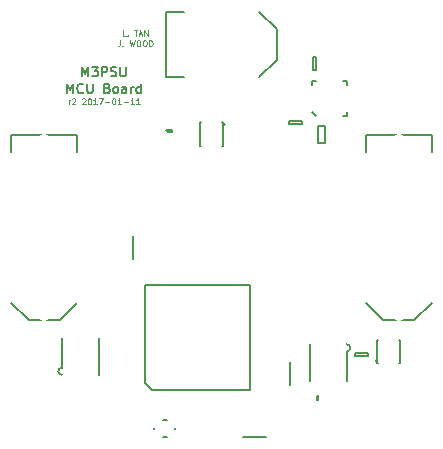
<source format=gto>
G04 #@! TF.FileFunction,Legend,Top*
%FSLAX46Y46*%
G04 Gerber Fmt 4.6, Leading zero omitted, Abs format (unit mm)*
G04 Created by KiCad (PCBNEW 201609280951+7255~55~ubuntu14.04.1-) date Wed Jan 11 23:22:02 2017*
%MOMM*%
%LPD*%
G01*
G04 APERTURE LIST*
%ADD10C,0.100000*%
%ADD11C,0.200000*%
%ADD12C,0.125000*%
%ADD13C,0.150000*%
%ADD14R,0.620000X0.620000*%
%ADD15R,1.702000X1.702000*%
%ADD16R,0.600000X0.250000*%
%ADD17R,0.250000X0.600000*%
%ADD18R,1.150000X1.450000*%
%ADD19R,1.450000X1.150000*%
%ADD20R,1.500000X0.300000*%
%ADD21R,0.300000X1.500000*%
%ADD22R,0.802000X0.802000*%
%ADD23R,0.350000X0.650000*%
%ADD24R,2.382000X1.652000*%
%ADD25R,0.250000X0.700000*%
%ADD26R,2.920000X0.740000*%
%ADD27C,1.200000*%
%ADD28R,0.500000X1.600000*%
%ADD29R,0.400000X0.700000*%
%ADD30R,0.400000X0.250000*%
%ADD31R,0.950000X0.850000*%
%ADD32R,0.740000X2.920000*%
%ADD33R,0.400000X0.455000*%
%ADD34R,1.050000X1.100000*%
%ADD35R,0.400000X0.850000*%
%ADD36R,0.700000X0.400000*%
%ADD37R,0.250000X0.400000*%
G04 APERTURE END LIST*
D10*
D11*
X101860000Y-117750000D02*
X103780000Y-117750000D01*
D12*
X91878571Y-83788690D02*
X91640476Y-83788690D01*
X91640476Y-83288690D01*
X92045238Y-83741071D02*
X92069047Y-83764880D01*
X92045238Y-83788690D01*
X92021428Y-83764880D01*
X92045238Y-83741071D01*
X92045238Y-83788690D01*
X92592857Y-83288690D02*
X92878571Y-83288690D01*
X92735714Y-83788690D02*
X92735714Y-83288690D01*
X93021428Y-83645833D02*
X93259523Y-83645833D01*
X92973809Y-83788690D02*
X93140476Y-83288690D01*
X93307142Y-83788690D01*
X93473809Y-83788690D02*
X93473809Y-83288690D01*
X93759523Y-83788690D01*
X93759523Y-83288690D01*
X91402380Y-84163690D02*
X91402380Y-84520833D01*
X91378571Y-84592261D01*
X91330952Y-84639880D01*
X91259523Y-84663690D01*
X91211904Y-84663690D01*
X91640476Y-84616071D02*
X91664285Y-84639880D01*
X91640476Y-84663690D01*
X91616666Y-84639880D01*
X91640476Y-84616071D01*
X91640476Y-84663690D01*
X92211904Y-84163690D02*
X92330952Y-84663690D01*
X92426190Y-84306547D01*
X92521428Y-84663690D01*
X92640476Y-84163690D01*
X92926190Y-84163690D02*
X93021428Y-84163690D01*
X93069047Y-84187500D01*
X93116666Y-84235119D01*
X93140476Y-84330357D01*
X93140476Y-84497023D01*
X93116666Y-84592261D01*
X93069047Y-84639880D01*
X93021428Y-84663690D01*
X92926190Y-84663690D01*
X92878571Y-84639880D01*
X92830952Y-84592261D01*
X92807142Y-84497023D01*
X92807142Y-84330357D01*
X92830952Y-84235119D01*
X92878571Y-84187500D01*
X92926190Y-84163690D01*
X93450000Y-84163690D02*
X93545238Y-84163690D01*
X93592857Y-84187500D01*
X93640476Y-84235119D01*
X93664285Y-84330357D01*
X93664285Y-84497023D01*
X93640476Y-84592261D01*
X93592857Y-84639880D01*
X93545238Y-84663690D01*
X93450000Y-84663690D01*
X93402380Y-84639880D01*
X93354761Y-84592261D01*
X93330952Y-84497023D01*
X93330952Y-84330357D01*
X93354761Y-84235119D01*
X93402380Y-84187500D01*
X93450000Y-84163690D01*
X93878571Y-84663690D02*
X93878571Y-84163690D01*
X93997619Y-84163690D01*
X94069047Y-84187500D01*
X94116666Y-84235119D01*
X94140476Y-84282738D01*
X94164285Y-84377976D01*
X94164285Y-84449404D01*
X94140476Y-84544642D01*
X94116666Y-84592261D01*
X94069047Y-84639880D01*
X93997619Y-84663690D01*
X93878571Y-84663690D01*
X87061904Y-89576190D02*
X87061904Y-89242857D01*
X87061904Y-89338095D02*
X87085714Y-89290476D01*
X87109523Y-89266666D01*
X87157142Y-89242857D01*
X87204761Y-89242857D01*
X87347619Y-89123809D02*
X87371428Y-89100000D01*
X87419047Y-89076190D01*
X87538095Y-89076190D01*
X87585714Y-89100000D01*
X87609523Y-89123809D01*
X87633333Y-89171428D01*
X87633333Y-89219047D01*
X87609523Y-89290476D01*
X87323809Y-89576190D01*
X87633333Y-89576190D01*
X88204761Y-89123809D02*
X88228571Y-89100000D01*
X88276190Y-89076190D01*
X88395238Y-89076190D01*
X88442857Y-89100000D01*
X88466666Y-89123809D01*
X88490476Y-89171428D01*
X88490476Y-89219047D01*
X88466666Y-89290476D01*
X88180952Y-89576190D01*
X88490476Y-89576190D01*
X88800000Y-89076190D02*
X88847619Y-89076190D01*
X88895238Y-89100000D01*
X88919047Y-89123809D01*
X88942857Y-89171428D01*
X88966666Y-89266666D01*
X88966666Y-89385714D01*
X88942857Y-89480952D01*
X88919047Y-89528571D01*
X88895238Y-89552380D01*
X88847619Y-89576190D01*
X88800000Y-89576190D01*
X88752380Y-89552380D01*
X88728571Y-89528571D01*
X88704761Y-89480952D01*
X88680952Y-89385714D01*
X88680952Y-89266666D01*
X88704761Y-89171428D01*
X88728571Y-89123809D01*
X88752380Y-89100000D01*
X88800000Y-89076190D01*
X89442857Y-89576190D02*
X89157142Y-89576190D01*
X89300000Y-89576190D02*
X89300000Y-89076190D01*
X89252380Y-89147619D01*
X89204761Y-89195238D01*
X89157142Y-89219047D01*
X89609523Y-89076190D02*
X89942857Y-89076190D01*
X89728571Y-89576190D01*
X90133333Y-89385714D02*
X90514285Y-89385714D01*
X90847619Y-89076190D02*
X90895238Y-89076190D01*
X90942857Y-89100000D01*
X90966666Y-89123809D01*
X90990476Y-89171428D01*
X91014285Y-89266666D01*
X91014285Y-89385714D01*
X90990476Y-89480952D01*
X90966666Y-89528571D01*
X90942857Y-89552380D01*
X90895238Y-89576190D01*
X90847619Y-89576190D01*
X90800000Y-89552380D01*
X90776190Y-89528571D01*
X90752380Y-89480952D01*
X90728571Y-89385714D01*
X90728571Y-89266666D01*
X90752380Y-89171428D01*
X90776190Y-89123809D01*
X90800000Y-89100000D01*
X90847619Y-89076190D01*
X91490476Y-89576190D02*
X91204761Y-89576190D01*
X91347619Y-89576190D02*
X91347619Y-89076190D01*
X91300000Y-89147619D01*
X91252380Y-89195238D01*
X91204761Y-89219047D01*
X91704761Y-89385714D02*
X92085714Y-89385714D01*
X92585714Y-89576190D02*
X92300000Y-89576190D01*
X92442857Y-89576190D02*
X92442857Y-89076190D01*
X92395238Y-89147619D01*
X92347619Y-89195238D01*
X92300000Y-89219047D01*
X93061904Y-89576190D02*
X92776190Y-89576190D01*
X92919047Y-89576190D02*
X92919047Y-89076190D01*
X92871428Y-89147619D01*
X92823809Y-89195238D01*
X92776190Y-89219047D01*
D11*
X88202380Y-87211904D02*
X88202380Y-86411904D01*
X88469047Y-86983333D01*
X88735714Y-86411904D01*
X88735714Y-87211904D01*
X89040476Y-86411904D02*
X89535714Y-86411904D01*
X89269047Y-86716666D01*
X89383333Y-86716666D01*
X89459523Y-86754761D01*
X89497619Y-86792857D01*
X89535714Y-86869047D01*
X89535714Y-87059523D01*
X89497619Y-87135714D01*
X89459523Y-87173809D01*
X89383333Y-87211904D01*
X89154761Y-87211904D01*
X89078571Y-87173809D01*
X89040476Y-87135714D01*
X89878571Y-87211904D02*
X89878571Y-86411904D01*
X90183333Y-86411904D01*
X90259523Y-86450000D01*
X90297619Y-86488095D01*
X90335714Y-86564285D01*
X90335714Y-86678571D01*
X90297619Y-86754761D01*
X90259523Y-86792857D01*
X90183333Y-86830952D01*
X89878571Y-86830952D01*
X90640476Y-87173809D02*
X90754761Y-87211904D01*
X90945238Y-87211904D01*
X91021428Y-87173809D01*
X91059523Y-87135714D01*
X91097619Y-87059523D01*
X91097619Y-86983333D01*
X91059523Y-86907142D01*
X91021428Y-86869047D01*
X90945238Y-86830952D01*
X90792857Y-86792857D01*
X90716666Y-86754761D01*
X90678571Y-86716666D01*
X90640476Y-86640476D01*
X90640476Y-86564285D01*
X90678571Y-86488095D01*
X90716666Y-86450000D01*
X90792857Y-86411904D01*
X90983333Y-86411904D01*
X91097619Y-86450000D01*
X91440476Y-86411904D02*
X91440476Y-87059523D01*
X91478571Y-87135714D01*
X91516666Y-87173809D01*
X91592857Y-87211904D01*
X91745238Y-87211904D01*
X91821428Y-87173809D01*
X91859523Y-87135714D01*
X91897619Y-87059523D01*
X91897619Y-86411904D01*
X86926190Y-88611904D02*
X86926190Y-87811904D01*
X87192857Y-88383333D01*
X87459523Y-87811904D01*
X87459523Y-88611904D01*
X88297619Y-88535714D02*
X88259523Y-88573809D01*
X88145238Y-88611904D01*
X88069047Y-88611904D01*
X87954761Y-88573809D01*
X87878571Y-88497619D01*
X87840476Y-88421428D01*
X87802380Y-88269047D01*
X87802380Y-88154761D01*
X87840476Y-88002380D01*
X87878571Y-87926190D01*
X87954761Y-87850000D01*
X88069047Y-87811904D01*
X88145238Y-87811904D01*
X88259523Y-87850000D01*
X88297619Y-87888095D01*
X88640476Y-87811904D02*
X88640476Y-88459523D01*
X88678571Y-88535714D01*
X88716666Y-88573809D01*
X88792857Y-88611904D01*
X88945238Y-88611904D01*
X89021428Y-88573809D01*
X89059523Y-88535714D01*
X89097619Y-88459523D01*
X89097619Y-87811904D01*
X90354761Y-88192857D02*
X90469047Y-88230952D01*
X90507142Y-88269047D01*
X90545238Y-88345238D01*
X90545238Y-88459523D01*
X90507142Y-88535714D01*
X90469047Y-88573809D01*
X90392857Y-88611904D01*
X90088095Y-88611904D01*
X90088095Y-87811904D01*
X90354761Y-87811904D01*
X90430952Y-87850000D01*
X90469047Y-87888095D01*
X90507142Y-87964285D01*
X90507142Y-88040476D01*
X90469047Y-88116666D01*
X90430952Y-88154761D01*
X90354761Y-88192857D01*
X90088095Y-88192857D01*
X91002380Y-88611904D02*
X90926190Y-88573809D01*
X90888095Y-88535714D01*
X90850000Y-88459523D01*
X90850000Y-88230952D01*
X90888095Y-88154761D01*
X90926190Y-88116666D01*
X91002380Y-88078571D01*
X91116666Y-88078571D01*
X91192857Y-88116666D01*
X91230952Y-88154761D01*
X91269047Y-88230952D01*
X91269047Y-88459523D01*
X91230952Y-88535714D01*
X91192857Y-88573809D01*
X91116666Y-88611904D01*
X91002380Y-88611904D01*
X91954761Y-88611904D02*
X91954761Y-88192857D01*
X91916666Y-88116666D01*
X91840476Y-88078571D01*
X91688095Y-88078571D01*
X91611904Y-88116666D01*
X91954761Y-88573809D02*
X91878571Y-88611904D01*
X91688095Y-88611904D01*
X91611904Y-88573809D01*
X91573809Y-88497619D01*
X91573809Y-88421428D01*
X91611904Y-88345238D01*
X91688095Y-88307142D01*
X91878571Y-88307142D01*
X91954761Y-88269047D01*
X92335714Y-88611904D02*
X92335714Y-88078571D01*
X92335714Y-88230952D02*
X92373809Y-88154761D01*
X92411904Y-88116666D01*
X92488095Y-88078571D01*
X92564285Y-88078571D01*
X93173809Y-88611904D02*
X93173809Y-87811904D01*
X93173809Y-88573809D02*
X93097619Y-88611904D01*
X92945238Y-88611904D01*
X92869047Y-88573809D01*
X92830952Y-88535714D01*
X92792857Y-88459523D01*
X92792857Y-88230952D01*
X92830952Y-88154761D01*
X92869047Y-88116666D01*
X92945238Y-88078571D01*
X93097619Y-88078571D01*
X93173809Y-88116666D01*
X92520000Y-100730000D02*
X92520000Y-102630000D01*
X105760000Y-111380000D02*
X105760000Y-113300000D01*
D13*
X108000000Y-90600000D02*
X107650000Y-90250000D01*
X107650000Y-87950000D02*
X107650000Y-87600000D01*
X107650000Y-87600000D02*
X108000000Y-87600000D01*
X110650000Y-87950000D02*
X110650000Y-87600000D01*
X110650000Y-87600000D02*
X110300000Y-87600000D01*
X110650000Y-90250000D02*
X110650000Y-90600000D01*
X110650000Y-90600000D02*
X110300000Y-90600000D01*
X108025000Y-86700000D02*
X107775000Y-86700000D01*
X107775000Y-86700000D02*
X107775000Y-85600000D01*
X107775000Y-85600000D02*
X108025000Y-85600000D01*
X108025000Y-85600000D02*
X108025000Y-86700000D01*
X105700000Y-91225000D02*
X105700000Y-90975000D01*
X105700000Y-90975000D02*
X106800000Y-90975000D01*
X106800000Y-90975000D02*
X106800000Y-91225000D01*
X106800000Y-91225000D02*
X105700000Y-91225000D01*
X93536000Y-113182000D02*
X93536000Y-104882000D01*
X93536000Y-104882000D02*
X102436000Y-104882000D01*
X102436000Y-104882000D02*
X102436000Y-113782000D01*
X102436000Y-113782000D02*
X94136000Y-113782000D01*
X94136000Y-113782000D02*
X93536000Y-113182000D01*
X86490000Y-111870000D02*
X86490000Y-109370000D01*
X89590000Y-112470000D02*
X89590000Y-109370000D01*
X86490000Y-111870000D02*
G75*
G03X86490000Y-112470000I0J-300000D01*
G01*
X110600000Y-110490000D02*
X110600000Y-112990000D01*
X107500000Y-109890000D02*
X107500000Y-112990000D01*
X110600000Y-110490000D02*
G75*
G03X110600000Y-109890000I0J300000D01*
G01*
X87785000Y-93635000D02*
X87785000Y-92135000D01*
X87785000Y-92135000D02*
X82215000Y-92135000D01*
X82215000Y-92135000D02*
X82215000Y-93635000D01*
X82215000Y-106365000D02*
X83715000Y-107865000D01*
X83715000Y-107865000D02*
X86285000Y-107865000D01*
X86285000Y-107865000D02*
X87785000Y-106365000D01*
X117785000Y-93635000D02*
X117785000Y-92135000D01*
X117785000Y-92135000D02*
X112215000Y-92135000D01*
X112215000Y-92135000D02*
X112215000Y-93635000D01*
X112215000Y-106365000D02*
X113715000Y-107865000D01*
X113715000Y-107865000D02*
X116285000Y-107865000D01*
X116285000Y-107865000D02*
X117785000Y-106365000D01*
X108800000Y-92825000D02*
X108200000Y-92825000D01*
X108200000Y-92825000D02*
X108200000Y-91375000D01*
X108200000Y-91375000D02*
X108800000Y-91375000D01*
X108800000Y-91375000D02*
X108800000Y-92825000D01*
X108205000Y-114615000D02*
X108205000Y-114165000D01*
X108205000Y-114165000D02*
X108055000Y-114340000D01*
X108055000Y-114340000D02*
X108055000Y-114615000D01*
X108055000Y-114615000D02*
X108205000Y-114615000D01*
X112430000Y-110655000D02*
X112430000Y-110905000D01*
X112430000Y-110905000D02*
X111330000Y-110905000D01*
X111330000Y-110905000D02*
X111330000Y-110655000D01*
X111330000Y-110655000D02*
X112430000Y-110655000D01*
X94300000Y-116990000D02*
X94300000Y-117090000D01*
X95350000Y-116340000D02*
X95050000Y-116340000D01*
X96100000Y-116990000D02*
X96100000Y-117090000D01*
X95350000Y-117740000D02*
X95050000Y-117740000D01*
X96810000Y-81715000D02*
X95310000Y-81715000D01*
X95310000Y-81715000D02*
X95310000Y-87285000D01*
X95310000Y-87285000D02*
X96810000Y-87285000D01*
X103190000Y-87285000D02*
X104690000Y-85785000D01*
X104690000Y-85785000D02*
X104690000Y-83215000D01*
X104690000Y-83215000D02*
X103190000Y-81715000D01*
X113204868Y-111310000D02*
G75*
G03X113204868Y-111310000I-94868J0D01*
G01*
X113215000Y-111500000D02*
X113140000Y-111500000D01*
X113140000Y-109500000D02*
X113215000Y-109500000D01*
X115065000Y-109500000D02*
X115140000Y-109500000D01*
X115140000Y-111500000D02*
X115065000Y-111500000D01*
X115140000Y-109500000D02*
X115140000Y-111500000D01*
X113140000Y-111500000D02*
X113140000Y-109500000D01*
X100150000Y-91100000D02*
X100150000Y-93100000D01*
X98150000Y-93100000D02*
X98150000Y-91100000D01*
X98150000Y-91100000D02*
X98225000Y-91100000D01*
X98225000Y-93100000D02*
X98150000Y-93100000D01*
X100150000Y-93100000D02*
X100075000Y-93100000D01*
X100075000Y-91100000D02*
X100150000Y-91100000D01*
X100274868Y-91290000D02*
G75*
G03X100274868Y-91290000I-94868J0D01*
G01*
X95775000Y-91775000D02*
X95325000Y-91775000D01*
X95325000Y-91775000D02*
X95500000Y-91925000D01*
X95500000Y-91925000D02*
X95775000Y-91925000D01*
X95775000Y-91925000D02*
X95775000Y-91775000D01*
%LPC*%
D14*
X104750000Y-98400000D03*
X105650000Y-98400000D03*
D15*
X109150000Y-89100000D03*
D16*
X107750000Y-89850000D03*
X107750000Y-89350000D03*
X107750000Y-88850000D03*
X107750000Y-88350000D03*
D17*
X108400000Y-87700000D03*
X108900000Y-87700000D03*
X109400000Y-87700000D03*
X109900000Y-87700000D03*
D16*
X110550000Y-88350000D03*
X110550000Y-88850000D03*
X110550000Y-89350000D03*
X110550000Y-89850000D03*
D17*
X109900000Y-90500000D03*
X109400000Y-90500000D03*
X108900000Y-90500000D03*
X108400000Y-90500000D03*
D14*
X97340000Y-117310000D03*
X97340000Y-118210000D03*
X93150000Y-116370000D03*
X93150000Y-117270000D03*
X106230000Y-111890000D03*
X106230000Y-112790000D03*
X105300000Y-105390000D03*
X105300000Y-104490000D03*
X91940000Y-114100000D03*
X91940000Y-115000000D03*
X100500000Y-116880000D03*
X99600000Y-116880000D03*
X105290000Y-111890000D03*
X105290000Y-112790000D03*
X91920000Y-102140000D03*
X91920000Y-101240000D03*
X100500000Y-118080000D03*
X99600000Y-118080000D03*
X93130000Y-101240000D03*
X93130000Y-102140000D03*
X105300000Y-107310000D03*
X105300000Y-106410000D03*
D18*
X107000000Y-86150000D03*
X108800000Y-86150000D03*
D14*
X112400000Y-87500000D03*
X111500000Y-87500000D03*
D19*
X106250000Y-90200000D03*
X106250000Y-92000000D03*
D14*
X89430000Y-113690000D03*
X88530000Y-113690000D03*
D20*
X92286000Y-113082000D03*
X92286000Y-112582000D03*
X92286000Y-112082000D03*
X92286000Y-111582000D03*
X92286000Y-111082000D03*
X92286000Y-110582000D03*
X92286000Y-110082000D03*
X92286000Y-109582000D03*
X92286000Y-109082000D03*
X92286000Y-108582000D03*
X92286000Y-108082000D03*
X92286000Y-107582000D03*
X92286000Y-107082000D03*
X92286000Y-106582000D03*
X92286000Y-106082000D03*
X92286000Y-105582000D03*
D21*
X94236000Y-103632000D03*
X94736000Y-103632000D03*
X95236000Y-103632000D03*
X95736000Y-103632000D03*
X96236000Y-103632000D03*
X96736000Y-103632000D03*
X97236000Y-103632000D03*
X97736000Y-103632000D03*
X98236000Y-103632000D03*
X98736000Y-103632000D03*
X99236000Y-103632000D03*
X99736000Y-103632000D03*
X100236000Y-103632000D03*
X100736000Y-103632000D03*
X101236000Y-103632000D03*
X101736000Y-103632000D03*
D20*
X103686000Y-105582000D03*
X103686000Y-106082000D03*
X103686000Y-106582000D03*
X103686000Y-107082000D03*
X103686000Y-107582000D03*
X103686000Y-108082000D03*
X103686000Y-108582000D03*
X103686000Y-109082000D03*
X103686000Y-109582000D03*
X103686000Y-110082000D03*
X103686000Y-110582000D03*
X103686000Y-111082000D03*
X103686000Y-111582000D03*
X103686000Y-112082000D03*
X103686000Y-112582000D03*
X103686000Y-113082000D03*
D21*
X101736000Y-115032000D03*
X101236000Y-115032000D03*
X100736000Y-115032000D03*
X100236000Y-115032000D03*
X99736000Y-115032000D03*
X99236000Y-115032000D03*
X98736000Y-115032000D03*
X98236000Y-115032000D03*
X97736000Y-115032000D03*
X97236000Y-115032000D03*
X96736000Y-115032000D03*
X96236000Y-115032000D03*
X95736000Y-115032000D03*
X95236000Y-115032000D03*
X94736000Y-115032000D03*
X94236000Y-115032000D03*
D22*
X88640000Y-110920000D03*
X87440000Y-110920000D03*
D23*
X87065000Y-109370000D03*
X87715000Y-109370000D03*
X88365000Y-109370000D03*
X89015000Y-109370000D03*
X89015000Y-112470000D03*
X88365000Y-112470000D03*
X87715000Y-112470000D03*
X87065000Y-112470000D03*
D24*
X109050000Y-111440000D03*
D25*
X110050000Y-112865000D03*
X109550000Y-112865000D03*
X109050000Y-112865000D03*
X108550000Y-112865000D03*
X108050000Y-112865000D03*
X108050000Y-110015000D03*
X108550000Y-110015000D03*
X109050000Y-110015000D03*
X109550000Y-110015000D03*
X110050000Y-110015000D03*
D26*
X86715000Y-105715000D03*
X83285000Y-105715000D03*
X86715000Y-104445000D03*
X83285000Y-104445000D03*
X86715000Y-103175000D03*
X83285000Y-103175000D03*
X86715000Y-101905000D03*
X83285000Y-101905000D03*
X86715000Y-100635000D03*
X83285000Y-100635000D03*
X86715000Y-99365000D03*
X83285000Y-99365000D03*
X86715000Y-98095000D03*
X83285000Y-98095000D03*
X86715000Y-96825000D03*
X83285000Y-96825000D03*
X86715000Y-95555000D03*
X83285000Y-95555000D03*
X86715000Y-94285000D03*
X83285000Y-94285000D03*
D27*
X85000000Y-92695000D03*
X85000000Y-107305000D03*
D26*
X116715000Y-105715000D03*
X113285000Y-105715000D03*
X116715000Y-104445000D03*
X113285000Y-104445000D03*
X116715000Y-103175000D03*
X113285000Y-103175000D03*
X116715000Y-101905000D03*
X113285000Y-101905000D03*
X116715000Y-100635000D03*
X113285000Y-100635000D03*
X116715000Y-99365000D03*
X113285000Y-99365000D03*
X116715000Y-98095000D03*
X113285000Y-98095000D03*
X116715000Y-96825000D03*
X113285000Y-96825000D03*
X116715000Y-95555000D03*
X113285000Y-95555000D03*
X116715000Y-94285000D03*
X113285000Y-94285000D03*
D27*
X115000000Y-92695000D03*
X115000000Y-107305000D03*
D28*
X107750000Y-92100000D03*
X109250000Y-92100000D03*
D29*
X108480000Y-114390000D03*
D30*
X107780000Y-114165000D03*
X107780000Y-114615000D03*
D14*
X97250000Y-116390000D03*
X98150000Y-116390000D03*
X104750000Y-97450000D03*
X105650000Y-97450000D03*
X104750000Y-96500000D03*
X105650000Y-96500000D03*
D19*
X111880000Y-111680000D03*
X111880000Y-109880000D03*
D14*
X109500000Y-114380000D03*
X110400000Y-114380000D03*
D31*
X95925000Y-117615000D03*
X94475000Y-117615000D03*
X94475000Y-116465000D03*
X95925000Y-116465000D03*
D32*
X102540000Y-82785000D03*
X102540000Y-86215000D03*
X101270000Y-82785000D03*
X101270000Y-86215000D03*
X100000000Y-82785000D03*
X100000000Y-86215000D03*
X98730000Y-82785000D03*
X98730000Y-86215000D03*
X97460000Y-82785000D03*
X97460000Y-86215000D03*
D14*
X111150000Y-86550000D03*
X110250000Y-86550000D03*
X108500000Y-108950000D03*
X109400000Y-108950000D03*
D33*
X114140000Y-111422500D03*
D34*
X113815000Y-110500000D03*
D33*
X113490000Y-111422500D03*
X113490000Y-109577500D03*
X114140000Y-109577500D03*
X114790000Y-111422500D03*
X114790000Y-109577500D03*
D35*
X114790000Y-110404000D03*
D14*
X106250000Y-115200000D03*
X106250000Y-114300000D03*
D35*
X98500000Y-92196000D03*
D33*
X98500000Y-93022500D03*
X98500000Y-91177500D03*
X99150000Y-93022500D03*
X99800000Y-93022500D03*
X99800000Y-91177500D03*
D34*
X99475000Y-92100000D03*
D33*
X99150000Y-91177500D03*
D36*
X95550000Y-91500000D03*
D37*
X95325000Y-92200000D03*
X95775000Y-92200000D03*
D14*
X103250000Y-118250000D03*
X102350000Y-118250000D03*
X103250000Y-117250000D03*
X102350000Y-117250000D03*
X95100000Y-90350000D03*
X95100000Y-89450000D03*
X94900000Y-94050000D03*
X95800000Y-94050000D03*
M02*

</source>
